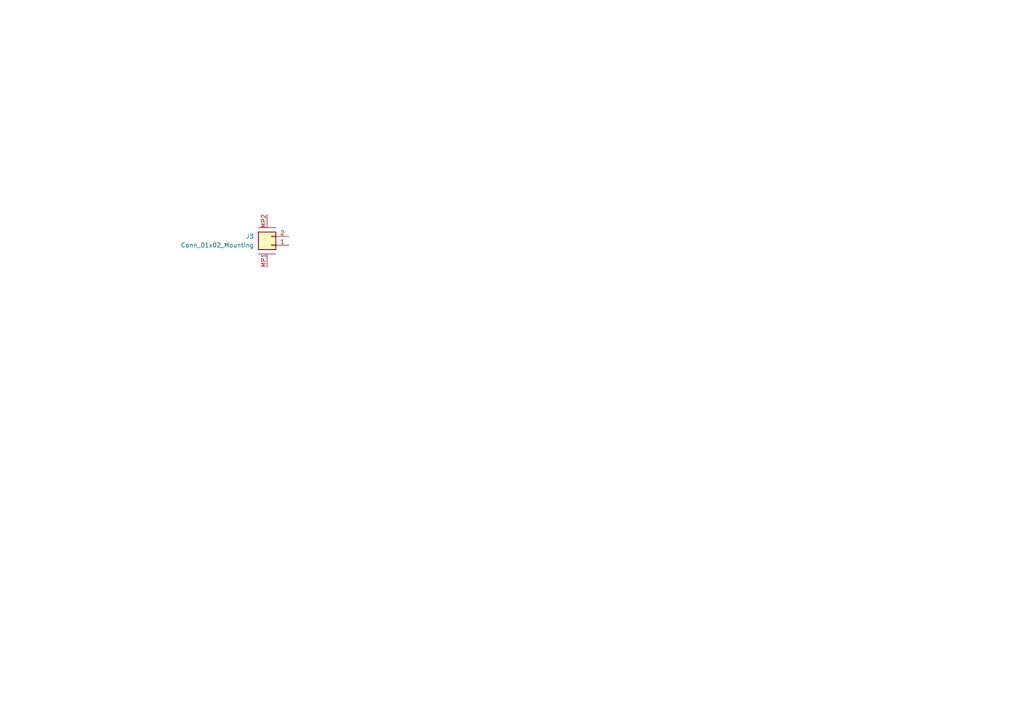
<source format=kicad_sch>
(kicad_sch (version 20250114) (generator "eeschema") (generator_version "9.0")
  (paper "A4")
  (title_block (date "2025-12-13") (rev "1.0") (company "Hoppen"))
  (lib_symbols
    (symbol "0_connectors:Conn_01x02_Mounting" (pin_names (offset 1.016) (hide yes))
      (property "Reference" "J" (at 2.54 3.81 0))
      (property "Value" "Conn_01x02_Mounting" (at 15.24 -2.54 0))
      (symbol "Conn_01x02_Mounting_0_1"
        (polyline (pts (xy -1.27 2.54) (xy 3.81 2.54)))
        (polyline (pts (xy -1.27 -5.08) (xy 3.81 -5.08)))
      )
      (symbol "Conn_01x02_Mounting_1_1"
        (rectangle (start -1.27 1.27) (end 3.81 -3.81) (stroke (width 0.254)) (fill (type background)))
        (rectangle (start -1.27 0.127) (end 0 -0.127) (stroke (width 0.1524)))
        (rectangle (start -1.27 -2.413) (end 0 -2.667) (stroke (width 0.1524)))
        (pin passive line (at -5.08 0 0) (length 3.81) (name "Pin_1") (number "1"))
        (pin passive line (at -5.08 -2.54 0) (length 3.81) (name "Pin_2") (number "2"))
        (pin passive line (at 1.27 6.35 270) (length 3.81) (name "MP1") (number "MP1"))
        (pin passive line (at 1.27 -8.89 90) (length 3.81) (name "MP2") (number "MP2"))
      )
    )
  )
  (symbol (lib_id "0_connectors:Conn_01x02_Mounting") (at 78.74 71.12 180) (unit 1)
    (property "Reference" "J3" (at 73.66 68.5799 0) (effects (justify left)))
    (property "Value" "Conn_01x02_Mounting" (at 73.66 71.1199 0) (effects (justify left)))
    (property "Description" "Generic connector, single row with mounting pin" (effects (hide yes)))
  )
)
</source>
